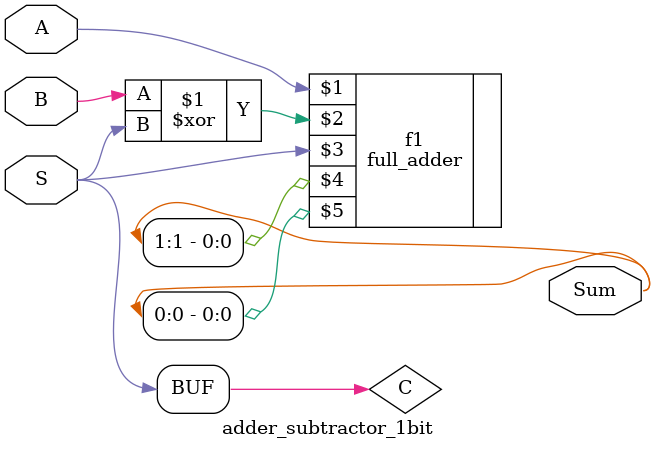
<source format=v>
`timescale 1ns / 1ps
module adder_subtractor_1bit(
 S,
 A,
 B,
 Sum);
input S;
input A;
input B;
output [1:0] Sum;
wire C;
assign C=S;
full_adder f1(A,B^S,C,Sum[1],Sum[0]);
endmodule

</source>
